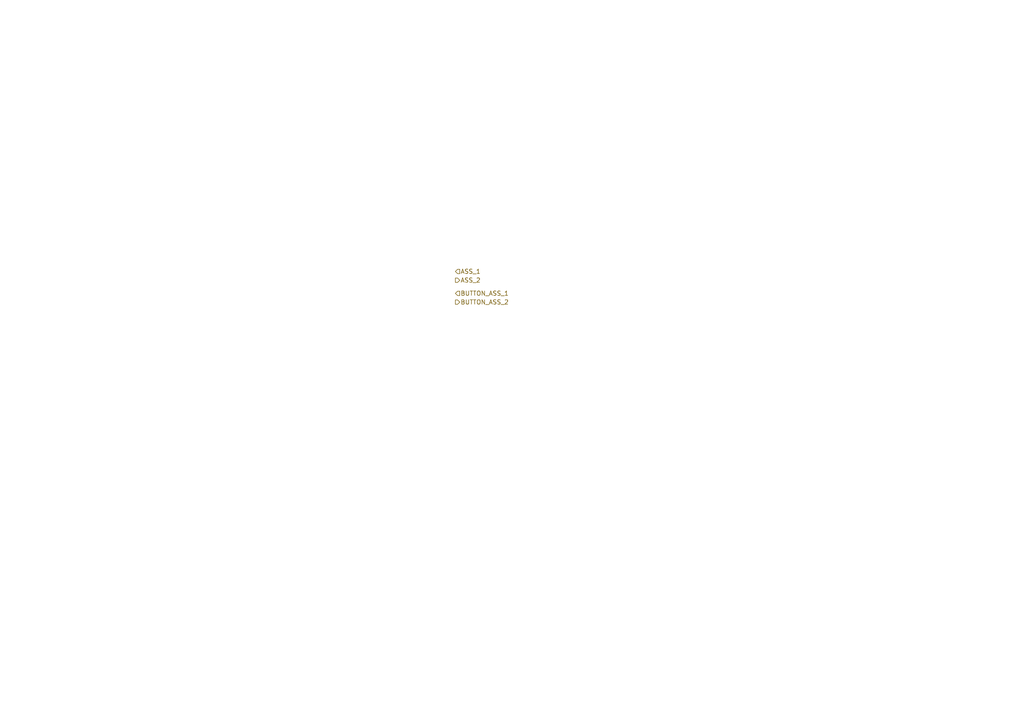
<source format=kicad_sch>
(kicad_sch (version 20211123) (generator eeschema)
  (paper "A4")
  (title_block (title "LV Subsystem interconnections") (date "2022-03-16") (rev "0.1") (company "Oxford University Racing") (comment 1 "Hugo Berg, Becky Hu, Lianfeng Shi") (comment 2 "Electronics team"))
  (lib_symbols)
  (hierarchical_label "BUTTON_ASS_2" (shape output) (at 132.08 87.63 0))
  (hierarchical_label "ASS_2" (shape output) (at 132.08 81.28 0))
  (hierarchical_label "BUTTON_ASS_1" (shape input) (at 132.08 85.09 0))
  (hierarchical_label "ASS_1" (shape input) (at 132.08 78.74 0))
)
</source>
